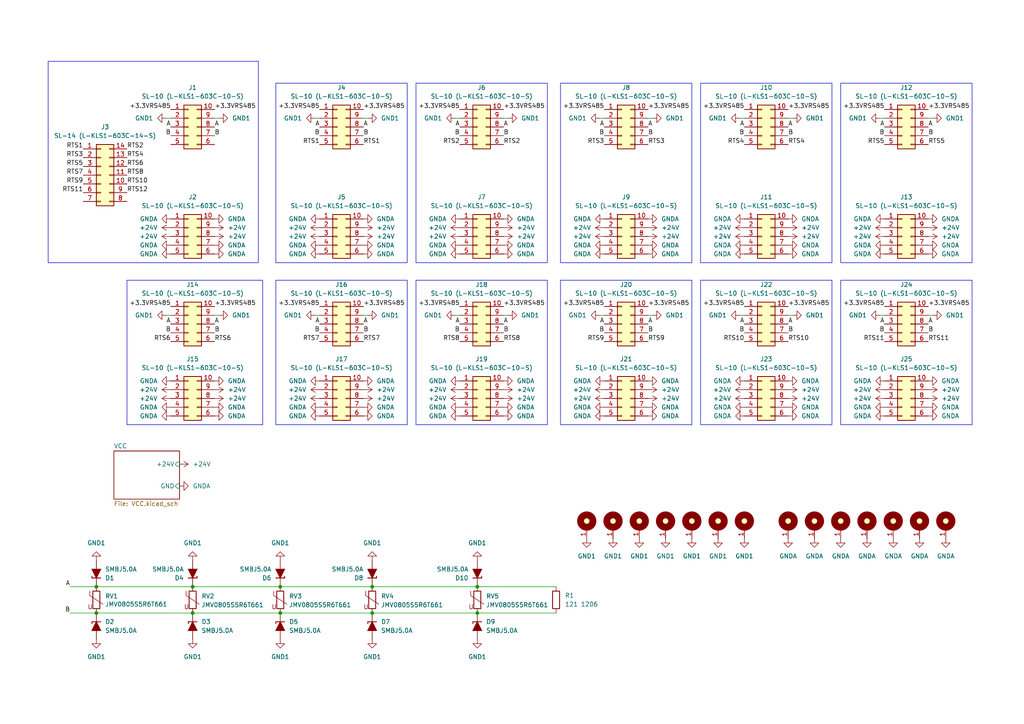
<source format=kicad_sch>
(kicad_sch (version 20230121) (generator eeschema)
  (paper "A4")
  (junction (at 107.95 177.8))
  (junction (at 81.28 177.8))
  (junction (at 55.88 177.8))
  (junction (at 138.43 170.18))
  (junction (at 27.94 170.18))
  (junction (at 138.43 177.8))
  (junction (at 55.88 170.18))
  (junction (at 81.28 170.18))
  (junction (at 27.94 177.8))
  (junction (at 107.95 170.18))
  (wire (pts (xy 91.44 34.29) (xy 92.71 34.29)))
  (wire (pts (xy 147.32 34.29) (xy 146.05 34.29)))
  (wire (pts (xy 229.87 91.44) (xy 228.6 91.44)))
  (wire (pts (xy 138.43 177.8) (xy 161.29 177.8)))
  (wire (pts (xy 147.32 91.44) (xy 146.05 91.44)))
  (wire (pts (xy 229.87 34.29) (xy 228.6 34.29)))
  (wire (pts (xy 270.51 91.44) (xy 269.24 91.44)))
  (wire (pts (xy 48.26 34.29) (xy 49.53 34.29)))
  (wire (pts (xy 91.44 91.44) (xy 92.71 91.44)))
  (wire (pts (xy 214.63 34.29) (xy 215.9 34.29)))
  (wire (pts (xy 63.5 34.29) (xy 62.23 34.29)))
  (wire (pts (xy 81.28 177.8) (xy 107.95 177.8)))
  (wire (pts (xy 107.95 177.8) (xy 138.43 177.8)))
  (wire (pts (xy 132.08 91.44) (xy 133.35 91.44)))
  (wire (pts (xy 173.99 34.29) (xy 175.26 34.29)))
  (wire (pts (xy 214.63 91.44) (xy 215.9 91.44)))
  (wire (pts (xy 106.68 34.29) (xy 105.41 34.29)))
  (wire (pts (xy 132.08 34.29) (xy 133.35 34.29)))
  (wire (pts (xy 255.27 91.44) (xy 256.54 91.44)))
  (wire (pts (xy 189.23 34.29) (xy 187.96 34.29)))
  (wire (pts (xy 48.26 91.44) (xy 49.53 91.44)))
  (wire (pts (xy 27.94 177.8) (xy 55.88 177.8)))
  (wire (pts (xy 20.32 170.18) (xy 27.94 170.18)))
  (wire (pts (xy 255.27 34.29) (xy 256.54 34.29)))
  (wire (pts (xy 173.99 91.44) (xy 175.26 91.44)))
  (wire (pts (xy 270.51 34.29) (xy 269.24 34.29)))
  (wire (pts (xy 55.88 170.18) (xy 81.28 170.18)))
  (wire (pts (xy 27.94 170.18) (xy 55.88 170.18)))
  (wire (pts (xy 55.88 177.8) (xy 81.28 177.8)))
  (wire (pts (xy 107.95 170.18) (xy 138.43 170.18)))
  (wire (pts (xy 106.68 91.44) (xy 105.41 91.44)))
  (wire (pts (xy 20.32 177.8) (xy 27.94 177.8)))
  (wire (pts (xy 189.23 91.44) (xy 187.96 91.44)))
  (wire (pts (xy 81.28 170.18) (xy 107.95 170.18)))
  (wire (pts (xy 63.5 91.44) (xy 62.23 91.44)))
  (wire (pts (xy 138.43 170.18) (xy 161.29 170.18)))
  (rectangle (start 162.56 24.13) (end 200.66 76.2))
  (rectangle (start 243.84 24.13) (end 281.94 76.2))
  (rectangle (start 203.2 81.28) (end 241.3 123.19))
  (rectangle (start 13.97 17.78) (end 74.93 76.2))
  (rectangle (start 80.01 81.28) (end 118.11 123.19))
  (rectangle (start 80.01 24.13) (end 118.11 76.2))
  (rectangle (start 36.83 81.28) (end 76.2 123.19))
  (rectangle (start 162.56 81.28) (end 200.66 123.19))
  (rectangle (start 120.65 81.28) (end 158.75 123.19))
  (rectangle (start 203.2 24.13) (end 241.3 76.2))
  (rectangle (start 243.84 81.28) (end 281.94 123.19))
  (rectangle (start 120.65 24.13) (end 158.75 76.2))
  (label "+3.3VRS485" (at 269.24 88.9 0))
  (label "B" (at 187.96 96.52 0))
  (label "RTS7" (at 92.71 99.06 180))
  (label "A" (at 105.41 93.98 0))
  (label "RTS4" (at 215.9 41.91 180))
  (label "RTS1" (at 24.13 43.18 180))
  (label "+3.3VRS485" (at 175.26 31.75 180))
  (label "A" (at 146.05 36.83 0))
  (label "A" (at 215.9 93.98 180))
  (label "B" (at 215.9 39.37 180))
  (label "+3.3VRS485" (at 133.35 88.9 180))
  (label "RTS4" (at 228.6 41.91 0))
  (label "B" (at 92.71 39.37 180))
  (label "RTS3" (at 175.26 41.91 180))
  (label "B" (at 105.41 39.37 0))
  (label "RTS5" (at 269.24 41.91 0))
  (label "+3.3VRS485" (at 228.6 88.9 0))
  (label "RTS6" (at 62.23 99.06 0))
  (label "+3.3VRS485" (at 269.24 31.75 0))
  (label "A" (at 269.24 36.83 0))
  (label "B" (at 269.24 96.52 0))
  (label "RTS10" (at 215.9 99.06 180))
  (label "B" (at 92.71 96.52 180))
  (label "A" (at 105.41 36.83 0))
  (label "+3.3VRS485" (at 62.23 88.9 0))
  (label "RTS12" (at 36.83 55.88 0))
  (label "+3.3VRS485" (at 105.41 31.75 0))
  (label "RTS4" (at 36.83 45.72 0))
  (label "A" (at 269.24 93.98 0))
  (label "+3.3VRS485" (at 187.96 88.9 0))
  (label "RTS7" (at 105.41 99.06 0))
  (label "RTS7" (at 24.13 50.8 180))
  (label "B" (at 256.54 96.52 180))
  (label "RTS1" (at 105.41 41.91 0))
  (label "B" (at 146.05 96.52 0))
  (label "A" (at 20.32 170.18 180))
  (label "A" (at 175.26 93.98 180))
  (label "+3.3VRS485" (at 105.41 88.9 0))
  (label "B" (at 175.26 39.37 180))
  (label "RTS8" (at 146.05 99.06 0))
  (label "RTS10" (at 228.6 99.06 0))
  (label "B" (at 62.23 96.52 0))
  (label "RTS8" (at 133.35 99.06 180))
  (label "+3.3VRS485" (at 92.71 31.75 180))
  (label "B" (at 20.32 177.8 180))
  (label "RTS8" (at 36.83 50.8 0))
  (label "A" (at 187.96 36.83 0))
  (label "RTS5" (at 256.54 41.91 180))
  (label "RTS2" (at 133.35 41.91 180))
  (label "RTS6" (at 49.53 99.06 180))
  (label "A" (at 228.6 93.98 0))
  (label "A" (at 62.23 36.83 0))
  (label "B" (at 228.6 39.37 0))
  (label "RTS10" (at 36.83 53.34 0))
  (label "RTS2" (at 146.05 41.91 0))
  (label "B" (at 187.96 39.37 0))
  (label "RTS11" (at 269.24 99.06 0))
  (label "RTS9" (at 24.13 53.34 180))
  (label "RTS2" (at 36.83 43.18 0))
  (label "A" (at 215.9 36.83 180))
  (label "A" (at 92.71 36.83 180))
  (label "RTS6" (at 36.83 48.26 0))
  (label "+3.3VRS485" (at 187.96 31.75 0))
  (label "RTS1" (at 92.71 41.91 180))
  (label "+3.3VRS485" (at 228.6 31.75 0))
  (label "RTS9" (at 187.96 99.06 0))
  (label "A" (at 228.6 36.83 0))
  (label "B" (at 62.23 39.37 0))
  (label "RTS9" (at 175.26 99.06 180))
  (label "A" (at 146.05 93.98 0))
  (label "B" (at 133.35 96.52 180))
  (label "A" (at 62.23 93.98 0))
  (label "A" (at 187.96 93.98 0))
  (label "+3.3VRS485" (at 215.9 88.9 180))
  (label "B" (at 256.54 39.37 180))
  (label "B" (at 133.35 39.37 180))
  (label "RTS3" (at 187.96 41.91 0))
  (label "+3.3VRS485" (at 215.9 31.75 180))
  (label "+3.3VRS485" (at 62.23 31.75 0))
  (label "B" (at 269.24 39.37 0))
  (label "B" (at 146.05 39.37 0))
  (label "A" (at 92.71 93.98 180))
  (label "+3.3VRS485" (at 256.54 88.9 180))
  (label "B" (at 228.6 96.52 0))
  (label "A" (at 256.54 36.83 180))
  (label "A" (at 175.26 36.83 180))
  (label "+3.3VRS485" (at 92.71 88.9 180))
  (label "+3.3VRS485" (at 146.05 31.75 0))
  (label "RTS11" (at 24.13 55.88 180))
  (label "B" (at 49.53 39.37 180))
  (label "A" (at 49.53 93.98 180))
  (label "B" (at 175.26 96.52 180))
  (label "RTS3" (at 24.13 45.72 180))
  (label "+3.3VRS485" (at 133.35 31.75 180))
  (label "+3.3VRS485" (at 49.53 88.9 180))
  (label "B" (at 49.53 96.52 180))
  (label "+3.3VRS485" (at 146.05 88.9 0))
  (label "RTS11" (at 256.54 99.06 180))
  (label "+3.3VRS485" (at 175.26 88.9 180))
  (label "A" (at 133.35 93.98 180))
  (label "+3.3VRS485" (at 49.53 31.75 180))
  (label "B" (at 215.9 96.52 180))
  (label "+3.3VRS485" (at 256.54 31.75 180))
  (label "B" (at 105.41 96.52 0))
  (label "RTS5" (at 24.13 48.26 180))
  (label "A" (at 256.54 93.98 180))
  (label "A" (at 133.35 36.83 180))
  (label "A" (at 49.53 36.83 180))
  (symbol (lib_id "Connector_Generic:Conn_02x05_Counter_Clockwise") (at 97.79 68.58 0) (unit 1)
    (property "Reference" "J5" (at 99.06 57.15 0))
    (property "Value" "SL-10 (L-KLS1-603C-10-S)" (at 99.06 59.69 0))
    (property "Footprint" "Connector:SL-10 (L-KLS1-603C-10-S)" (effects hide))
  )
  (symbol (lib_id "power:GND1") (at 107.95 162.56 180) (unit 1)
    (property "Reference" "#PWR032" (effects hide))
    (property "Value" "GND1" (at 107.95 157.48 0))
  )
  (symbol (lib_name "MountingHole_M3_3.2mm_Pad_1") (lib_id "PCM_SL_Mechanical:MountingHole_M3_3.2mm_Pad") (at 251.46 151.13 0) (unit 1)
    (property "Reference" "H9" (effects hide))
    (property "Value" "MountingHole_M3_3.2mm_Pad" (effects hide))
    (property "Footprint" "PCM_SL_Mechanical:MountingHole_3.2mm_Pad" (effects hide))
  )
  (symbol (lib_id "power:GND1") (at 215.9 156.21 0) (unit 1)
    (property "Reference" "#PWR0169" (effects hide))
    (property "Value" "GND1" (at 215.9 161.29 0))
  )
  (symbol (lib_id "Connector_Generic:Conn_02x05_Counter_Clockwise") (at 54.61 68.58 0) (unit 1)
    (property "Reference" "J2" (at 55.88 57.15 0))
    (property "Value" "SL-10 (L-KLS1-603C-10-S)" (at 55.88 59.69 0))
    (property "Footprint" "Connector:SL-10 (L-KLS1-603C-10-S)" (effects hide))
  )
  (symbol (lib_id "PCM_4ms_Power-symbol:GNDA") (at 187.96 73.66 90) (mirror x) (unit 1)
    (property "Reference" "#PWR074" (effects hide))
    (property "Value" "GNDA" (at 191.77 73.66 90) (effects (justify right)))
  )
  (symbol (lib_id "PCM_4ms_Power-symbol:GNDA") (at 52.07 140.97 90) (mirror x) (unit 1)
    (property "Reference" "#PWR0156" (effects hide))
    (property "Value" "GNDA" (at 55.88 140.97 90) (effects (justify right)))
  )
  (symbol (lib_id "Connector_Generic:Conn_02x05_Counter_Clockwise") (at 138.43 115.57 0) (unit 1)
    (property "Reference" "J19" (at 139.7 104.14 0))
    (property "Value" "SL-10 (L-KLS1-603C-10-S)" (at 139.7 106.68 0))
    (property "Footprint" "Connector:SL-10 (L-KLS1-603C-10-S)" (effects hide))
  )
  (symbol (lib_id "Connector_Generic:Conn_02x05_Counter_Clockwise") (at 54.61 36.83 0) (unit 1)
    (property "Reference" "J1" (at 55.88 25.4 0))
    (property "Value" "SL-10 (L-KLS1-603C-10-S)" (at 55.88 27.94 0))
    (property "Footprint" "Connector:SL-10 (L-KLS1-603C-10-S)" (effects hide))
  )
  (symbol (lib_id "PCM_4ms_Power-symbol:GNDA") (at 146.05 63.5 90) (mirror x) (unit 1)
    (property "Reference" "#PWR056" (effects hide))
    (property "Value" "GNDA" (at 149.86 63.5 90) (effects (justify right)))
  )
  (symbol (lib_id "PCM_4ms_Power-symbol:GNDA") (at 146.05 73.66 90) (mirror x) (unit 1)
    (property "Reference" "#PWR064" (effects hide))
    (property "Value" "GNDA" (at 149.86 73.66 90) (effects (justify right)))
  )
  (symbol (lib_name "MountingHole_M3_3.2mm_Pad_1") (lib_id "PCM_SL_Mechanical:MountingHole_M3_3.2mm_Pad") (at 215.9 151.13 0) (unit 1)
    (property "Reference" "H13" (effects hide))
    (property "Value" "MountingHole_M3_3.2mm_Pad" (effects hide))
    (property "Footprint" "PCM_SL_Mechanical:MountingHole_3.2mm_Pad" (effects hide))
  )
  (symbol (lib_id "PCM_4ms_Power-symbol:GNDA") (at 228.6 118.11 90) (mirror x) (unit 1)
    (property "Reference" "#PWR0142" (effects hide))
    (property "Value" "GNDA" (at 232.41 118.11 90) (effects (justify right)))
  )
  (symbol (lib_id "power:GND1") (at 91.44 34.29 270) (unit 1)
    (property "Reference" "#PWR05" (effects hide))
    (property "Value" "GND1" (at 87.63 34.29 90) (effects (justify right)))
  )
  (symbol (lib_id "PCM_Diode_TVS_AKL:SMBJ5.0A") (at 107.95 181.61 90) (unit 1)
    (property "Reference" "D7" (at 110.49 180.34 90) (effects (justify right)))
    (property "Value" "SMBJ5.0A" (at 110.49 182.88 90) (effects (justify right)))
    (property "Footprint" "PCM_Diode_SMD_AKL:D_SMB" (effects hide))
    (property "Datasheet" "https://www.tme.eu/Document/0b6222bec7e12d83185b51d73cb6a54d/SMBJ_ser.pdf" (effects hide))
  )
  (symbol (lib_id "power:GND1") (at 200.66 156.21 0) (unit 1)
    (property "Reference" "#PWR0161" (effects hide))
    (property "Value" "GND1" (at 200.66 161.29 0))
  )
  (symbol (lib_id "power:+24V") (at 269.24 115.57 270) (unit 1)
    (property "Reference" "#PWR0150" (effects hide))
    (property "Value" "+24V" (at 273.05 115.57 90) (effects (justify left)))
  )
  (symbol (lib_name "MountingHole_M3_3.2mm_Pad_1") (lib_id "PCM_SL_Mechanical:MountingHole_M3_3.2mm_Pad") (at 236.22 151.13 0) (unit 1)
    (property "Reference" "H7" (effects hide))
    (property "Value" "MountingHole_M3_3.2mm_Pad" (effects hide))
    (property "Footprint" "PCM_SL_Mechanical:MountingHole_3.2mm_Pad" (effects hide))
  )
  (symbol (lib_id "power:+24V") (at 133.35 66.04 90) (unit 1)
    (property "Reference" "#PWR057" (effects hide))
    (property "Value" "+24V" (at 129.54 66.04 90) (effects (justify left)))
  )
  (symbol (lib_id "Connector_Generic:Conn_02x05_Counter_Clockwise") (at 138.43 68.58 0) (unit 1)
    (property "Reference" "J7" (at 139.7 57.15 0))
    (property "Value" "SL-10 (L-KLS1-603C-10-S)" (at 139.7 59.69 0))
    (property "Footprint" "Connector:SL-10 (L-KLS1-603C-10-S)" (effects hide))
  )
  (symbol (lib_id "Connector_Generic:Conn_02x05_Counter_Clockwise") (at 220.98 115.57 0) (unit 1)
    (property "Reference" "J23" (at 222.25 104.14 0))
    (property "Value" "SL-10 (L-KLS1-603C-10-S)" (at 222.25 106.68 0))
    (property "Footprint" "Connector:SL-10 (L-KLS1-603C-10-S)" (effects hide))
  )
  (symbol (lib_id "power:GND1") (at 185.42 156.21 0) (unit 1)
    (property "Reference" "#PWR0159" (effects hide))
    (property "Value" "GND1" (at 185.42 161.29 0))
  )
  (symbol (lib_name "MountingHole_M3_3.2mm_Pad_1") (lib_id "PCM_SL_Mechanical:MountingHole_M3_3.2mm_Pad") (at 243.84 151.13 0) (unit 1)
    (property "Reference" "H8" (effects hide))
    (property "Value" "MountingHole_M3_3.2mm_Pad" (effects hide))
    (property "Footprint" "PCM_SL_Mechanical:MountingHole_3.2mm_Pad" (effects hide))
  )
  (symbol (lib_id "PCM_4ms_Power-symbol:GNDA") (at 175.26 63.5 270) (unit 1)
    (property "Reference" "#PWR065" (effects hide))
    (property "Value" "GNDA" (at 171.45 63.5 90) (effects (justify right)))
  )
  (symbol (lib_id "PCM_4ms_Power-symbol:GNDA") (at 49.53 71.12 270) (unit 1)
    (property "Reference" "#PWR036" (effects hide))
    (property "Value" "GNDA" (at 45.72 71.12 90) (effects (justify right)))
  )
  (symbol (lib_name "MountingHole_M3_3.2mm_Pad_1") (lib_id "PCM_SL_Mechanical:MountingHole_M3_3.2mm_Pad") (at 259.08 151.13 0) (unit 1)
    (property "Reference" "H10" (effects hide))
    (property "Value" "MountingHole_M3_3.2mm_Pad" (effects hide))
    (property "Footprint" "PCM_SL_Mechanical:MountingHole_3.2mm_Pad" (effects hide))
  )
  (symbol (lib_id "power:+24V") (at 49.53 66.04 90) (unit 1)
    (property "Reference" "#PWR038" (effects hide))
    (property "Value" "+24V" (at 45.72 66.04 90) (effects (justify left)))
  )
  (symbol (lib_id "PCM_4ms_Power-symbol:GNDA") (at 49.53 63.5 270) (unit 1)
    (property "Reference" "#PWR040" (effects hide))
    (property "Value" "GNDA" (at 45.72 63.5 90) (effects (justify right)))
  )
  (symbol (lib_id "Connector_Generic:Conn_02x05_Counter_Clockwise") (at 261.62 93.98 0) (unit 1)
    (property "Reference" "J24" (at 262.89 82.55 0))
    (property "Value" "SL-10 (L-KLS1-603C-10-S)" (at 262.89 85.09 0))
    (property "Footprint" "Connector:SL-10 (L-KLS1-603C-10-S)" (effects hide))
  )
  (symbol (lib_id "PCM_4ms_Power-symbol:GNDA") (at 92.71 71.12 270) (unit 1)
    (property "Reference" "#PWR051" (effects hide))
    (property "Value" "GNDA" (at 88.9 71.12 90) (effects (justify right)))
  )
  (symbol (lib_id "PCM_4ms_Power-symbol:GNDA") (at 92.71 110.49 270) (unit 1)
    (property "Reference" "#PWR0105" (effects hide))
    (property "Value" "GNDA" (at 88.9 110.49 90) (effects (justify right)))
  )
  (symbol (lib_id "power:GND1") (at 229.87 34.29 90) (unit 1)
    (property "Reference" "#PWR012" (effects hide))
    (property "Value" "GND1" (at 233.68 34.29 90) (effects (justify right)))
  )
  (symbol (lib_id "Device:Varistor") (at 55.88 173.99 0) (unit 1)
    (property "Reference" "RV2" (at 58.42 172.9133 0) (effects (justify left)))
    (property "Value" "JMV0805S5R6T661" (at 58.42 175.4533 0) (effects (justify left)))
    (property "Footprint" "PCM_4ms_Resistor:R_0805_2012Metric" (effects hide))
    (property "Sim.Name" "kicad_builtin_varistor" (effects hide))
    (property "Sim.Device" "SUBCKT" (effects hide))
    (property "Sim.Pins" "1=A 2=B" (effects hide))
    (property "Sim.Params" "threshold=1k" (effects hide))
    (property "Sim.Library" "${KICAD7_SYMBOL_DIR}/Simulation_SPICE.sp" (effects hide))
  )
  (symbol (lib_id "PCM_Diode_TVS_AKL:SMBJ5.0A") (at 107.95 166.37 270) (unit 1)
    (property "Reference" "D8" (at 105.41 167.64 90) (effects (justify right)))
    (property "Value" "SMBJ5.0A" (at 105.41 165.1 90) (effects (justify right)))
    (property "Footprint" "PCM_Diode_SMD_AKL:D_SMB" (effects hide))
    (property "Datasheet" "https://www.tme.eu/Document/0b6222bec7e12d83185b51d73cb6a54d/SMBJ_ser.pdf" (effects hide))
  )
  (symbol (lib_id "PCM_4ms_Power-symbol:GNDA") (at 215.9 120.65 270) (unit 1)
    (property "Reference" "#PWR0143" (effects hide))
    (property "Value" "GNDA" (at 212.09 120.65 90) (effects (justify right)))
  )
  (symbol (lib_id "PCM_4ms_Power-symbol:GNDA") (at 49.53 73.66 270) (unit 1)
    (property "Reference" "#PWR041" (effects hide))
    (property "Value" "GNDA" (at 45.72 73.66 90) (effects (justify right)))
  )
  (symbol (lib_id "power:+24V") (at 269.24 113.03 270) (unit 1)
    (property "Reference" "#PWR0148" (effects hide))
    (property "Value" "+24V" (at 273.05 113.03 90) (effects (justify left)))
  )
  (symbol (lib_id "power:+24V") (at 52.07 134.62 270) (unit 1)
    (property "Reference" "#PWR0155" (effects hide))
    (property "Value" "+24V" (at 55.88 134.62 90) (effects (justify left)))
  )
  (symbol (lib_id "PCM_4ms_Power-symbol:GNDA") (at 228.6 73.66 90) (mirror x) (unit 1)
    (property "Reference" "#PWR084" (effects hide))
    (property "Value" "GNDA" (at 232.41 73.66 90) (effects (justify right)))
  )
  (symbol (lib_id "power:GND1") (at 91.44 91.44 270) (unit 1)
    (property "Reference" "#PWR017" (effects hide))
    (property "Value" "GND1" (at 87.63 91.44 90) (effects (justify right)))
  )
  (symbol (lib_id "PCM_4ms_Power-symbol:GNDA") (at 105.41 73.66 90) (mirror x) (unit 1)
    (property "Reference" "#PWR054" (effects hide))
    (property "Value" "GNDA" (at 109.22 73.66 90) (effects (justify right)))
  )
  (symbol (lib_id "PCM_4ms_Power-symbol:GNDA") (at 62.23 73.66 90) (mirror x) (unit 1)
    (property "Reference" "#PWR044" (effects hide))
    (property "Value" "GNDA" (at 66.04 73.66 90) (effects (justify right)))
  )
  (symbol (lib_id "PCM_4ms_Power-symbol:GNDA") (at 49.53 110.49 270) (unit 1)
    (property "Reference" "#PWR095" (effects hide))
    (property "Value" "GNDA" (at 45.72 110.49 90) (effects (justify right)))
  )
  (symbol (lib_id "power:GND1") (at 48.26 34.29 270) (unit 1)
    (property "Reference" "#PWR03" (effects hide))
    (property "Value" "GND1" (at 44.45 34.29 90) (effects (justify right)))
  )
  (symbol (lib_id "power:+24V") (at 92.71 66.04 90) (unit 1)
    (property "Reference" "#PWR047" (effects hide))
    (property "Value" "+24V" (at 88.9 66.04 90) (effects (justify left)))
  )
  (symbol (lib_id "power:GND1") (at 138.43 185.42 0) (unit 1)
    (property "Reference" "#PWR033" (effects hide))
    (property "Value" "GND1" (at 138.43 190.5 0))
  )
  (symbol (lib_id "power:+24V") (at 175.26 115.57 90) (unit 1)
    (property "Reference" "#PWR0129" (effects hide))
    (property "Value" "+24V" (at 171.45 115.57 90) (effects (justify left)))
  )
  (symbol (lib_id "power:+24V") (at 62.23 115.57 270) (unit 1)
    (property "Reference" "#PWR0100" (effects hide))
    (property "Value" "+24V" (at 66.04 115.57 90) (effects (justify left)))
  )
  (symbol (lib_id "PCM_Diode_TVS_AKL:SMBJ5.0A") (at 27.94 181.61 90) (unit 1)
    (property "Reference" "D2" (at 30.48 180.34 90) (effects (justify right)))
    (property "Value" "SMBJ5.0A" (at 30.48 182.88 90) (effects (justify right)))
    (property "Footprint" "PCM_Diode_SMD_AKL:D_SMB" (effects hide))
    (property "Datasheet" "https://www.tme.eu/Document/0b6222bec7e12d83185b51d73cb6a54d/SMBJ_ser.pdf" (effects hide))
  )
  (symbol (lib_id "Connector_Generic:Conn_02x07_Counter_Clockwise") (at 29.21 50.8 0) (unit 1)
    (property "Reference" "J3" (at 30.48 36.83 0))
    (property "Value" "SL-14 (L-KLS1-603C-14-S)" (at 30.48 39.37 0))
    (property "Footprint" "Connector:SL-14 (L-KLS1-603C-14-S)" (effects hide))
  )
  (symbol (lib_id "PCM_4ms_Power-symbol:GNDA") (at 62.23 120.65 90) (mirror x) (unit 1)
    (property "Reference" "#PWR0104" (effects hide))
    (property "Value" "GNDA" (at 66.04 120.65 90) (effects (justify right)))
  )
  (symbol (lib_id "PCM_4ms_Power-symbol:GNDA") (at 175.26 110.49 270) (unit 1)
    (property "Reference" "#PWR0125" (effects hide))
    (property "Value" "GNDA" (at 171.45 110.49 90) (effects (justify right)))
  )
  (symbol (lib_id "PCM_4ms_Power-symbol:GNDA") (at 105.41 63.5 90) (mirror x) (unit 1)
    (property "Reference" "#PWR046" (effects hide))
    (property "Value" "GNDA" (at 109.22 63.5 90) (effects (justify right)))
  )
  (symbol (lib_id "PCM_Diode_TVS_AKL:SMBJ5.0A") (at 27.94 166.37 90) (mirror x) (unit 1)
    (property "Reference" "D1" (at 30.48 167.64 90) (effects (justify right)))
    (property "Value" "SMBJ5.0A" (at 30.48 165.1 90) (effects (justify right)))
    (property "Footprint" "PCM_Diode_SMD_AKL:D_SMB" (effects hide))
    (property "Datasheet" "https://www.tme.eu/Document/0b6222bec7e12d83185b51d73cb6a54d/SMBJ_ser.pdf" (effects hide))
  )
  (symbol (lib_id "PCM_4ms_Power-symbol:GNDA") (at 146.05 118.11 90) (mirror x) (unit 1)
    (property "Reference" "#PWR0122" (effects hide))
    (property "Value" "GNDA" (at 149.86 118.11 90) (effects (justify right)))
  )
  (symbol (lib_id "power:+24V") (at 228.6 115.57 270) (unit 1)
    (property "Reference" "#PWR0140" (effects hide))
    (property "Value" "+24V" (at 232.41 115.57 90) (effects (justify left)))
  )
  (symbol (lib_id "power:+24V") (at 62.23 66.04 270) (unit 1)
    (property "Reference" "#PWR037" (effects hide))
    (property "Value" "+24V" (at 66.04 66.04 90) (effects (justify left)))
  )
  (symbol (lib_id "power:GND1") (at 27.94 162.56 0) (mirror x) (unit 1)
    (property "Reference" "#PWR02" (effects hide))
    (property "Value" "GND1" (at 27.94 157.48 0))
  )
  (symbol (lib_id "Device:Varistor") (at 27.94 173.99 0) (unit 1)
    (property "Reference" "RV1" (at 30.48 172.9133 0) (effects (justify left)))
    (property "Value" "JMV0805S5R6T661" (at 30.48 175.26 0) (effects (justify left)))
    (property "Footprint" "PCM_4ms_Resistor:R_0805_2012Metric" (effects hide))
    (property "Sim.Name" "kicad_builtin_varistor" (effects hide))
    (property "Sim.Device" "SUBCKT" (effects hide))
    (property "Sim.Pins" "1=A 2=B" (effects hide))
    (property "Sim.Params" "threshold=1k" (effects hide))
    (property "Sim.Library" "${KICAD7_SYMBOL_DIR}/Simulation_SPICE.sp" (effects hide))
  )
  (symbol (lib_id "power:+24V") (at 92.71 68.58 90) (unit 1)
    (property "Reference" "#PWR049" (effects hide))
    (property "Value" "+24V" (at 88.9 68.58 90) (effects (justify left)))
  )
  (symbol (lib_name "MountingHole_M3_3.2mm_Pad_1") (lib_id "PCM_SL_Mechanical:MountingHole_M3_3.2mm_Pad") (at 208.28 151.13 0) (unit 1)
    (property "Reference" "H6" (effects hide))
    (property "Value" "MountingHole_M3_3.2mm_Pad" (effects hide))
    (property "Footprint" "PCM_SL_Mechanical:MountingHole_3.2mm_Pad" (effects hide))
  )
  (symbol (lib_id "power:+24V") (at 228.6 68.58 270) (unit 1)
    (property "Reference" "#PWR080" (effects hide))
    (property "Value" "+24V" (at 232.41 68.58 90) (effects (justify left)))
  )
  (symbol (lib_id "PCM_4ms_Power-symbol:GNDA") (at 62.23 118.11 90) (mirror x) (unit 1)
    (property "Reference" "#PWR0102" (effects hide))
    (property "Value" "GNDA" (at 66.04 118.11 90) (effects (justify right)))
  )
  (symbol (lib_id "PCM_4ms_Power-symbol:GNDA") (at 105.41 118.11 90) (mirror x) (unit 1)
    (property "Reference" "#PWR0112" (effects hide))
    (property "Value" "GNDA" (at 109.22 118.11 90) (effects (justify right)))
  )
  (symbol (lib_id "power:GND1") (at 27.94 185.42 0) (unit 1)
    (property "Reference" "#PWR01" (effects hide))
    (property "Value" "GND1" (at 27.94 190.5 0))
  )
  (symbol (lib_id "PCM_4ms_Power-symbol:GNDA") (at 215.9 118.11 270) (unit 1)
    (property "Reference" "#PWR0141" (effects hide))
    (property "Value" "GNDA" (at 212.09 118.11 90) (effects (justify right)))
  )
  (symbol (lib_id "PCM_4ms_Power-symbol:GNDA") (at 266.7 156.21 0) (mirror y) (unit 1)
    (property "Reference" "#PWR0167" (effects hide))
    (property "Value" "GNDA" (at 266.7 161.29 0))
  )
  (symbol (lib_id "Connector_Generic:Conn_02x05_Counter_Clockwise") (at 138.43 93.98 0) (unit 1)
    (property "Reference" "J18" (at 139.7 82.55 0))
    (property "Value" "SL-10 (L-KLS1-603C-10-S)" (at 139.7 85.09 0))
    (property "Footprint" "Connector:SL-10 (L-KLS1-603C-10-S)" (effects hide))
  )
  (symbol (lib_id "power:GND1") (at 55.88 162.56 180) (unit 1)
    (property "Reference" "#PWR028" (effects hide))
    (property "Value" "GND1" (at 55.88 157.48 0))
  )
  (symbol (lib_id "power:GND1") (at 132.08 91.44 270) (unit 1)
    (property "Reference" "#PWR019" (effects hide))
    (property "Value" "GND1" (at 128.27 91.44 90) (effects (justify right)))
  )
  (symbol (lib_id "power:GND1") (at 81.28 162.56 180) (unit 1)
    (property "Reference" "#PWR030" (effects hide))
    (property "Value" "GND1" (at 81.28 157.48 0))
  )
  (symbol (lib_name "MountingHole_M3_3.2mm_Pad_1") (lib_id "PCM_SL_Mechanical:MountingHole_M3_3.2mm_Pad") (at 266.7 151.13 0) (unit 1)
    (property "Reference" "H11" (effects hide))
    (property "Value" "MountingHole_M3_3.2mm_Pad" (effects hide))
    (property "Footprint" "PCM_SL_Mechanical:MountingHole_3.2mm_Pad" (effects hide))
  )
  (symbol (lib_id "Connector_Generic:Conn_02x05_Counter_Clockwise") (at 97.79 36.83 0) (unit 1)
    (property "Reference" "J4" (at 99.06 25.4 0))
    (property "Value" "SL-10 (L-KLS1-603C-10-S)" (at 99.06 27.94 0))
    (property "Footprint" "Connector:SL-10 (L-KLS1-603C-10-S)" (effects hide))
  )
  (symbol (lib_id "PCM_4ms_Power-symbol:GNDA") (at 146.05 71.12 90) (mirror x) (unit 1)
    (property "Reference" "#PWR062" (effects hide))
    (property "Value" "GNDA" (at 149.86 71.12 90) (effects (justify right)))
  )
  (symbol (lib_id "power:+24V") (at 175.26 68.58 90) (unit 1)
    (property "Reference" "#PWR069" (effects hide))
    (property "Value" "+24V" (at 171.45 68.58 90) (effects (justify left)))
  )
  (symbol (lib_id "PCM_4ms_Power-symbol:GNDA") (at 215.9 110.49 270) (unit 1)
    (property "Reference" "#PWR0135" (effects hide))
    (property "Value" "GNDA" (at 212.09 110.49 90) (effects (justify right)))
  )
  (symbol (lib_id "power:+24V") (at 187.96 66.04 270) (unit 1)
    (property "Reference" "#PWR068" (effects hide))
    (property "Value" "+24V" (at 191.77 66.04 90) (effects (justify left)))
  )
  (symbol (lib_id "Connector_Generic:Conn_02x05_Counter_Clockwise") (at 97.79 115.57 0) (unit 1)
    (property "Reference" "J17" (at 99.06 104.14 0))
    (property "Value" "SL-10 (L-KLS1-603C-10-S)" (at 99.06 106.68 0))
    (property "Footprint" "Connector:SL-10 (L-KLS1-603C-10-S)" (effects hide))
  )
  (symbol (lib_id "power:GND1") (at 270.51 34.29 90) (unit 1)
    (property "Reference" "#PWR014" (effects hide))
    (property "Value" "GND1" (at 274.32 34.29 90) (effects (justify right)))
  )
  (symbol (lib_id "PCM_Diode_TVS_AKL:SMBJ5.0A") (at 138.43 166.37 270) (unit 1)
    (property "Reference" "D10" (at 135.89 167.64 90) (effects (justify right)))
    (property "Value" "SMBJ5.0A" (at 135.89 165.1 90) (effects (justify right)))
    (property "Footprint" "PCM_Diode_SMD_AKL:D_SMB" (effects hide))
    (property "Datasheet" "https://www.tme.eu/Document/0b6222bec7e12d83185b51d73cb6a54d/SMBJ_ser.pdf" (effects hide))
  )
  (symbol (lib_id "PCM_Diode_TVS_AKL:SMBJ5.0A") (at 81.28 181.61 90) (unit 1)
    (property "Reference" "D5" (at 83.82 180.34 90) (effects (justify right)))
    (property "Value" "SMBJ5.0A" (at 83.82 182.88 90) (effects (justify right)))
    (property "Footprint" "PCM_Diode_SMD_AKL:D_SMB" (effects hide))
    (property "Datasheet" "https://www.tme.eu/Document/0b6222bec7e12d83185b51d73cb6a54d/SMBJ_ser.pdf" (effects hide))
  )
  (symbol (lib_id "power:+24V") (at 92.71 115.57 90) (unit 1)
    (property "Reference" "#PWR0109" (effects hide))
    (property "Value" "+24V" (at 88.9 115.57 90) (effects (justify left)))
  )
  (symbol (lib_id "Connector_Generic:Conn_02x05_Counter_Clockwise") (at 138.43 36.83 0) (unit 1)
    (property "Reference" "J6" (at 139.7 25.4 0))
    (property "Value" "SL-10 (L-KLS1-603C-10-S)" (at 139.7 27.94 0))
    (property "Footprint" "Connector:SL-10 (L-KLS1-603C-10-S)" (effects hide))
  )
  (symbol (lib_id "power:+24V") (at 146.05 68.58 270) (unit 1)
    (property "Reference" "#PWR060" (effects hide))
    (property "Value" "+24V" (at 149.86 68.58 90) (effects (justify left)))
  )
  (symbol (lib_name "MountingHole_M3_3.2mm_Pad_1") (lib_id "PCM_SL_Mechanical:MountingHole_M3_3.2mm_Pad") (at 200.66 151.13 0) (unit 1)
    (property "Reference" "H5" (effects hide))
    (property "Value" "MountingHole_M3_3.2mm_Pad" (effects hide))
    (property "Footprint" "PCM_SL_Mechanical:MountingHole_3.2mm_Pad" (effects hide))
  )
  (symbol (lib_id "power:GND1") (at 214.63 91.44 270) (unit 1)
    (property "Reference" "#PWR023" (effects hide))
    (property "Value" "GND1" (at 210.82 91.44 90) (effects (justify right)))
  )
  (symbol (lib_id "PCM_4ms_Power-symbol:GNDA") (at 49.53 118.11 270) (unit 1)
    (property "Reference" "#PWR0101" (effects hide))
    (property "Value" "GNDA" (at 45.72 118.11 90) (effects (justify right)))
  )
  (symbol (lib_id "power:+24V") (at 215.9 68.58 90) (unit 1)
    (property "Reference" "#PWR079" (effects hide))
    (property "Value" "+24V" (at 212.09 68.58 90) (effects (justify left)))
  )
  (symbol (lib_id "Connector_Generic:Conn_02x05_Counter_Clockwise") (at 220.98 36.83 0) (unit 1)
    (property "Reference" "J10" (at 222.25 25.4 0))
    (property "Value" "SL-10 (L-KLS1-603C-10-S)" (at 222.25 27.94 0))
    (property "Footprint" "Connector:SL-10 (L-KLS1-603C-10-S)" (effects hide))
  )
  (symbol (lib_id "PCM_4ms_Power-symbol:GNDA") (at 187.96 120.65 90) (mirror x) (unit 1)
    (property "Reference" "#PWR0134" (effects hide))
    (property "Value" "GNDA" (at 191.77 120.65 90) (effects (justify right)))
  )
  (symbol (lib_id "Connector_Generic:Conn_02x05_Counter_Clockwise") (at 180.34 36.83 0) (unit 1)
    (property "Reference" "J8" (at 181.61 25.4 0))
    (property "Value" "SL-10 (L-KLS1-603C-10-S)" (at 181.61 27.94 0))
    (property "Footprint" "Connector:SL-10 (L-KLS1-603C-10-S)" (effects hide))
  )
  (symbol (lib_id "PCM_4ms_Power-symbol:GNDA") (at 133.35 120.65 270) (unit 1)
    (property "Reference" "#PWR0123" (effects hide))
    (property "Value" "GNDA" (at 129.54 120.65 90) (effects (justify right)))
  )
  (symbol (lib_id "power:+24V") (at 256.54 115.57 90) (unit 1)
    (property "Reference" "#PWR0149" (effects hide))
    (property "Value" "+24V" (at 252.73 115.57 90) (effects (justify left)))
  )
  (symbol (lib_id "PCM_4ms_Power-symbol:GNDA") (at 256.54 118.11 270) (unit 1)
    (property "Reference" "#PWR0151" (effects hide))
    (property "Value" "GNDA" (at 252.73 118.11 90) (effects (justify right)))
  )
  (symbol (lib_id "power:GND1") (at 255.27 34.29 270) (unit 1)
    (property "Reference" "#PWR013" (effects hide))
    (property "Value" "GND1" (at 251.46 34.29 90) (effects (justify right)))
  )
  (symbol (lib_id "PCM_4ms_Power-symbol:GNDA") (at 259.08 156.21 0) (mirror y) (unit 1)
    (property "Reference" "#PWR0166" (effects hide))
    (property "Value" "GNDA" (at 259.08 161.29 0))
  )
  (symbol (lib_id "power:GND1") (at 138.43 162.56 180) (unit 1)
    (property "Reference" "#PWR034" (effects hide))
    (property "Value" "GND1" (at 138.43 157.48 0))
  )
  (symbol (lib_id "power:GND1") (at 173.99 91.44 270) (unit 1)
    (property "Reference" "#PWR021" (effects hide))
    (property "Value" "GND1" (at 170.18 91.44 90) (effects (justify right)))
  )
  (symbol (lib_id "PCM_4ms_Power-symbol:GNDA") (at 256.54 73.66 270) (unit 1)
    (property "Reference" "#PWR093" (effects hide))
    (property "Value" "GNDA" (at 252.73 73.66 90) (effects (justify right)))
  )
  (symbol (lib_id "Device:R") (at 161.29 173.99 0) (unit 1)
    (property "Reference" "R1" (at 163.83 172.72 0) (effects (justify left)))
    (property "Value" "121 1206" (at 163.83 175.26 0) (effects (justify left)))
    (property "Footprint" "PCM_Resistor_SMD_AKL:R_1206_3216Metric" (effects hide))
  )
  (symbol (lib_id "power:+24V") (at 187.96 115.57 270) (unit 1)
    (property "Reference" "#PWR0130" (effects hide))
    (property "Value" "+24V" (at 191.77 115.57 90) (effects (justify left)))
  )
  (symbol (lib_id "power:+24V") (at 215.9 66.04 90) (unit 1)
    (property "Reference" "#PWR077" (effects hide))
    (property "Value" "+24V" (at 212.09 66.04 90) (effects (justify left)))
  )
  (symbol (lib_id "PCM_4ms_Power-symbol:GNDA") (at 228.6 63.5 90) (mirror x) (unit 1)
    (property "Reference" "#PWR076" (effects hide))
    (property "Value" "GNDA" (at 232.41 63.5 90) (effects (justify right)))
  )
  (symbol (lib_id "PCM_4ms_Power-symbol:GNDA") (at 251.46 156.21 0) (mirror y) (unit 1)
    (property "Reference" "#PWR0165" (effects hide))
    (property "Value" "GNDA" (at 251.46 161.29 0))
  )
  (symbol (lib_id "PCM_4ms_Power-symbol:GNDA") (at 49.53 120.65 270) (unit 1)
    (property "Reference" "#PWR0103" (effects hide))
    (property "Value" "GNDA" (at 45.72 120.65 90) (effects (justify right)))
  )
  (symbol (lib_id "Device:Varistor") (at 138.43 173.99 0) (unit 1)
    (property "Reference" "RV5" (at 140.97 172.9133 0) (effects (justify left)))
    (property "Value" "JMV0805S5R6T661" (at 140.97 175.4533 0) (effects (justify left)))
    (property "Footprint" "PCM_4ms_Resistor:R_0805_2012Metric" (effects hide))
    (property "Sim.Name" "kicad_builtin_varistor" (effects hide))
    (property "Sim.Device" "SUBCKT" (effects hide))
    (property "Sim.Pins" "1=A 2=B" (effects hide))
    (property "Sim.Params" "threshold=1k" (effects hide))
    (property "Sim.Library" "${KICAD7_SYMBOL_DIR}/Simulation_SPICE.sp" (effects hide))
  )
  (symbol (lib_name "MountingHole_M3_3.2mm_Pad_1") (lib_id "PCM_SL_Mechanical:MountingHole_M3_3.2mm_Pad") (at 228.6 151.13 0) (unit 1)
    (property "Reference" "H14" (effects hide))
    (property "Value" "MountingHole_M3_3.2mm_Pad" (effects hide))
    (property "Footprint" "PCM_SL_Mechanical:MountingHole_3.2mm_Pad" (effects hide))
  )
  (symbol (lib_id "PCM_4ms_Power-symbol:GNDA") (at 146.05 110.49 90) (mirror x) (unit 1)
    (property "Reference" "#PWR0116" (effects hide))
    (property "Value" "GNDA" (at 149.86 110.49 90) (effects (justify right)))
  )
  (symbol (lib_id "power:GND1") (at 81.28 185.42 0) (unit 1)
    (property "Reference" "#PWR029" (effects hide))
    (property "Value" "GND1" (at 81.28 190.5 0))
  )
  (symbol (lib_id "PCM_4ms_Power-symbol:GNDA") (at 228.6 110.49 90) (mirror x) (unit 1)
    (property "Reference" "#PWR0136" (effects hide))
    (property "Value" "GNDA" (at 232.41 110.49 90) (effects (justify right)))
  )
  (symbol (lib_id "PCM_4ms_Power-symbol:GNDA") (at 243.84 156.21 0) (mirror y) (unit 1)
    (property "Reference" "#PWR0164" (effects hide))
    (property "Value" "GNDA" (at 243.84 161.29 0))
  )
  (symbol (lib_id "Connector_Generic:Conn_02x05_Counter_Clockwise") (at 180.34 115.57 0) (unit 1)
    (property "Reference" "J21" (at 181.61 104.14 0))
    (property "Value" "SL-10 (L-KLS1-603C-10-S)" (at 181.61 106.68 0))
    (property "Footprint" "Connector:SL-10 (L-KLS1-603C-10-S)" (effects hide))
  )
  (symbol (lib_id "PCM_4ms_Power-symbol:GNDA") (at 269.24 73.66 90) (mirror x) (unit 1)
    (property "Reference" "#PWR094" (effects hide))
    (property "Value" "GNDA" (at 273.05 73.66 90) (effects (justify right)))
  )
  (symbol (lib_id "PCM_4ms_Power-symbol:GNDA") (at 256.54 110.49 270) (unit 1)
    (property "Reference" "#PWR0145" (effects hide))
    (property "Value" "GNDA" (at 252.73 110.49 90) (effects (justify right)))
  )
  (symbol (lib_id "PCM_Diode_TVS_AKL:SMBJ5.0A") (at 55.88 181.61 90) (unit 1)
    (property "Reference" "D3" (at 58.42 180.34 90) (effects (justify right)))
    (property "Value" "SMBJ5.0A" (at 58.42 182.88 90) (effects (justify right)))
    (property "Footprint" "PCM_Diode_SMD_AKL:D_SMB" (effects hide))
    (property "Datasheet" "https://www.tme.eu/Document/0b6222bec7e12d83185b51d73cb6a54d/SMBJ_ser.pdf" (effects hide))
  )
  (symbol (lib_id "PCM_4ms_Power-symbol:GNDA") (at 187.96 118.11 90) (mirror x) (unit 1)
    (property "Reference" "#PWR0132" (effects hide))
    (property "Value" "GNDA" (at 191.77 118.11 90) (effects (justify right)))
  )
  (symbol (lib_id "PCM_4ms_Power-symbol:GNDA") (at 215.9 71.12 270) (unit 1)
    (property "Reference" "#PWR081" (effects hide))
    (property "Value" "GNDA" (at 212.09 71.12 90) (effects (justify right)))
  )
  (symbol (lib_id "Connector_Generic:Conn_02x05_Counter_Clockwise") (at 220.98 68.58 0) (unit 1)
    (property "Reference" "J11" (at 222.25 57.15 0))
    (property "Value" "SL-10 (L-KLS1-603C-10-S)" (at 222.25 59.69 0))
    (property "Footprint" "Connector:SL-10 (L-KLS1-603C-10-S)" (effects hide))
  )
  (symbol (lib_id "power:+24V") (at 49.53 113.03 90) (unit 1)
    (property "Reference" "#PWR097" (effects hide))
    (property "Value" "+24V" (at 45.72 113.03 90) (effects (justify left)))
  )
  (symbol (lib_id "PCM_4ms_Power-symbol:GNDA") (at 105.41 120.65 90) (mirror x) (unit 1)
    (property "Reference" "#PWR0114" (effects hide))
    (property "Value" "GNDA" (at 109.22 120.65 90) (effects (justify right)))
  )
  (symbol (lib_id "power:GND1") (at 147.32 34.29 90) (unit 1)
    (property "Reference" "#PWR08" (effects hide))
    (property "Value" "GND1" (at 151.13 34.29 90) (effects (justify right)))
  )
  (symbol (lib_id "power:+24V") (at 175.26 66.04 90) (unit 1)
    (property "Reference" "#PWR067" (effects hide))
    (property "Value" "+24V" (at 171.45 66.04 90) (effects (justify left)))
  )
  (symbol (lib_id "power:+24V") (at 105.41 66.04 270) (unit 1)
    (property "Reference" "#PWR048" (effects hide))
    (property "Value" "+24V" (at 109.22 66.04 90) (effects (justify left)))
  )
  (symbol (lib_id "PCM_4ms_Power-symbol:GNDA") (at 228.6 71.12 90) (mirror x) (unit 1)
    (property "Reference" "#PWR082" (effects hide))
    (property "Value" "GNDA" (at 232.41 71.12 90) (effects (justify right)))
  )
  (symbol (lib_id "power:+24V") (at 269.24 68.58 270) (unit 1)
    (property "Reference" "#PWR090" (effects hide))
    (property "Value" "+24V" (at 273.05 68.58 90) (effects (justify left)))
  )
  (symbol (lib_id "Device:Varistor") (at 81.28 173.99 0) (unit 1)
    (property "Reference" "RV3" (at 83.82 172.9133 0) (effects (justify left)))
    (property "Value" "JMV0805S5R6T661" (at 83.82 175.4533 0) (effects (justify left)))
    (property "Footprint" "PCM_4ms_Resistor:R_0805_2012Metric" (effects hide))
    (property "Sim.Name" "kicad_builtin_varistor" (effects hide))
    (property "Sim.Device" "SUBCKT" (effects hide))
    (property "Sim.Pins" "1=A 2=B" (effects hide))
    (property "Sim.Params" "threshold=1k" (effects hide))
    (property "Sim.Library" "${KICAD7_SYMBOL_DIR}/Simulation_SPICE.sp" (effects hide))
  )
  (symbol (lib_id "power:+24V") (at 62.23 113.03 270) (unit 1)
    (property "Reference" "#PWR098" (effects hide))
    (property "Value" "+24V" (at 66.04 113.03 90) (effects (justify left)))
  )
  (symbol (lib_id "power:+24V") (at 49.53 115.57 90) (unit 1)
    (property "Reference" "#PWR099" (effects hide))
    (property "Value" "+24V" (at 45.72 115.57 90) (effects (justify left)))
  )
  (symbol (lib_id "power:+24V") (at 105.41 115.57 270) (unit 1)
    (property "Reference" "#PWR0110" (effects hide))
    (property "Value" "+24V" (at 109.22 115.57 90) (effects (justify left)))
  )
  (symbol (lib_id "PCM_4ms_Power-symbol:GNDA") (at 274.32 156.21 0) (mirror y) (unit 1)
    (property "Reference" "#PWR0168" (effects hide))
    (property "Value" "GNDA" (at 274.32 161.29 0))
  )
  (symbol (lib_id "PCM_4ms_Power-symbol:GNDA") (at 256.54 120.65 270) (unit 1)
    (property "Reference" "#PWR0153" (effects hide))
    (property "Value" "GNDA" (at 252.73 120.65 90) (effects (justify right)))
  )
  (symbol (lib_id "power:+24V") (at 269.24 66.04 270) (unit 1)
    (property "Reference" "#PWR088" (effects hide))
    (property "Value" "+24V" (at 273.05 66.04 90) (effects (justify left)))
  )
  (symbol (lib_id "PCM_4ms_Power-symbol:GNDA") (at 105.41 71.12 90) (mirror x) (unit 1)
    (property "Reference" "#PWR052" (effects hide))
    (property "Value" "GNDA" (at 109.22 71.12 90) (effects (justify right)))
  )
  (symbol (lib_id "PCM_4ms_Power-symbol:GNDA") (at 187.96 63.5 90) (mirror x) (unit 1)
    (property "Reference" "#PWR066" (effects hide))
    (property "Value" "GNDA" (at 191.77 63.5 90) (effects (justify right)))
  )
  (symbol (lib_id "PCM_4ms_Power-symbol:GNDA") (at 146.05 120.65 90) (mirror x) (unit 1)
    (property "Reference" "#PWR0124" (effects hide))
    (property "Value" "GNDA" (at 149.86 120.65 90) (effects (justify right)))
  )
  (symbol (lib_id "PCM_4ms_Power-symbol:GNDA") (at 269.24 118.11 90) (mirror x) (unit 1)
    (property "Reference" "#PWR0152" (effects hide))
    (property "Value" "GNDA" (at 273.05 118.11 90) (effects (justify right)))
  )
  (symbol (lib_id "power:+24V") (at 146.05 115.57 270) (unit 1)
    (property "Reference" "#PWR0120" (effects hide))
    (property "Value" "+24V" (at 149.86 115.57 90) (effects (justify left)))
  )
  (symbol (lib_id "Connector_Generic:Conn_02x05_Counter_Clockwise") (at 261.62 68.58 0) (unit 1)
    (property "Reference" "J13" (at 262.89 57.15 0))
    (property "Value" "SL-10 (L-KLS1-603C-10-S)" (at 262.89 59.69 0))
    (property "Footprint" "Connector:SL-10 (L-KLS1-603C-10-S)" (effects hide))
  )
  (symbol (lib_id "power:GND1") (at 189.23 91.44 90) (unit 1)
    (property "Reference" "#PWR022" (effects hide))
    (property "Value" "GND1" (at 193.04 91.44 90) (effects (justify right)))
  )
  (symbol (lib_name "MountingHole_M3_3.2mm_Pad_1") (lib_id "PCM_SL_Mechanical:MountingHole_M3_3.2mm_Pad") (at 185.42 151.13 0) (unit 1)
    (property "Reference" "H3" (effects hide))
    (property "Value" "MountingHole_M3_3.2mm_Pad" (effects hide))
    (property "Footprint" "PCM_SL_Mechanical:MountingHole_3.2mm_Pad" (effects hide))
  )
  (symbol (lib_id "power:GND1") (at 63.5 34.29 90) (unit 1)
    (property "Reference" "#PWR04" (effects hide))
    (property "Value" "GND1" (at 67.31 34.29 90) (effects (justify right)))
  )
  (symbol (lib_id "PCM_Diode_TVS_AKL:SMBJ5.0A") (at 138.43 181.61 90) (unit 1)
    (property "Reference" "D9" (at 140.97 180.34 90) (effects (justify right)))
    (property "Value" "SMBJ5.0A" (at 140.97 182.88 90) (effects (justify right)))
    (property "Footprint" "PCM_Diode_SMD_AKL:D_SMB" (effects hide))
    (property "Datasheet" "https://www.tme.eu/Document/0b6222bec7e12d83185b51d73cb6a54d/SMBJ_ser.pdf" (effects hide))
  )
  (symbol (lib_id "Connector_Generic:Conn_02x05_Counter_Clockwise") (at 220.98 93.98 0) (unit 1)
    (property "Reference" "J22" (at 222.25 82.55 0))
    (property "Value" "SL-10 (L-KLS1-603C-10-S)" (at 222.25 85.09 0))
    (property "Footprint" "Connector:SL-10 (L-KLS1-603C-10-S)" (effects hide))
  )
  (symbol (lib_id "power:+24V") (at 49.53 68.58 90) (unit 1)
    (property "Reference" "#PWR039" (effects hide))
    (property "Value" "+24V" (at 45.72 68.58 90) (effects (justify left)))
  )
  (symbol (lib_id "PCM_4ms_Power-symbol:GNDA") (at 62.23 63.5 90) (mirror x) (unit 1)
    (property "Reference" "#PWR042" (effects hide))
    (property "Value" "GNDA" (at 66.04 63.5 90) (effects (justify right)))
  )
  (symbol (lib_id "PCM_4ms_Power-symbol:GNDA") (at 236.22 156.21 0) (mirror y) (unit 1)
    (property "Reference" "#PWR0163" (effects hide))
    (property "Value" "GNDA" (at 236.22 161.29 0))
  )
  (symbol (lib_id "power:+24V") (at 228.6 66.04 270) (unit 1)
    (property "Reference" "#PWR078" (effects hide))
    (property "Value" "+24V" (at 232.41 66.04 90) (effects (justify left)))
  )
  (symbol (lib_id "PCM_4ms_Power-symbol:GNDA") (at 269.24 110.49 90) (mirror x) (unit 1)
    (property "Reference" "#PWR0146" (effects hide))
    (property "Value" "GNDA" (at 273.05 110.49 90) (effects (justify right)))
  )
  (symbol (lib_id "power:GND1") (at 106.68 91.44 90) (unit 1)
    (property "Reference" "#PWR018" (effects hide))
    (property "Value" "GND1" (at 110.49 91.44 90) (effects (justify right)))
  )
  (symbol (lib_id "Connector_Generic:Conn_02x05_Counter_Clockwise") (at 54.61 115.57 0) (unit 1)
    (property "Reference" "J15" (at 55.88 104.14 0))
    (property "Value" "SL-10 (L-KLS1-603C-10-S)" (at 55.88 106.68 0))
    (property "Footprint" "Connector:SL-10 (L-KLS1-603C-10-S)" (effects hide))
  )
  (symbol (lib_id "PCM_Diode_TVS_AKL:SMBJ5.0A") (at 81.28 166.37 270) (unit 1)
    (property "Reference" "D6" (at 78.74 167.64 90) (effects (justify right)))
    (property "Value" "SMBJ5.0A" (at 78.74 165.1 90) (effects (justify right)))
    (property "Footprint" "PCM_Diode_SMD_AKL:D_SMB" (effects hide))
    (property "Datasheet" "https://www.tme.eu/Document/0b6222bec7e12d83185b51d73cb6a54d/SMBJ_ser.pdf" (effects hide))
  )
  (symbol (lib_id "power:+24V") (at 62.23 68.58 270) (unit 1)
    (property "Reference" "#PWR035" (effects hide))
    (property "Value" "+24V" (at 66.04 68.58 90) (effects (justify left)))
  )
  (symbol (lib_id "power:+24V") (at 133.35 115.57 90) (unit 1)
    (property "Reference" "#PWR0119" (effects hide))
    (property "Value" "+24V" (at 129.54 115.57 90) (effects (justify left)))
  )
  (symbol (lib_name "MountingHole_M3_3.2mm_Pad_1") (lib_id "PCM_SL_Mechanical:MountingHole_M3_3.2mm_Pad") (at 274.32 151.13 0) (unit 1)
    (property "Reference" "H12" (effects hide))
    (property "Value" "MountingHole_M3_3.2mm_Pad" (effects hide))
    (property "Footprint" "PCM_SL_Mechanical:MountingHole_3.2mm_Pad" (effects hide))
  )
  (symbol (lib_id "PCM_4ms_Power-symbol:GNDA") (at 187.96 71.12 90) (mirror x) (unit 1)
    (property "Reference" "#PWR072" (effects hide))
    (property "Value" "GNDA" (at 191.77 71.12 90) (effects (justify right)))
  )
  (symbol (lib_id "power:+24V") (at 256.54 113.03 90) (unit 1)
    (property "Reference" "#PWR0147" (effects hide))
    (property "Value" "+24V" (at 252.73 113.03 90) (effects (justify left)))
  )
  (symbol (lib_id "power:+24V") (at 105.41 113.03 270) (unit 1)
    (property "Reference" "#PWR0108" (effects hide))
    (property "Value" "+24V" (at 109.22 113.03 90) (effects (justify left)))
  )
  (symbol (lib_id "power:+24V") (at 146.05 66.04 270) (unit 1)
    (property "Reference" "#PWR058" (effects hide))
    (property "Value" "+24V" (at 149.86 66.04 90) (effects (justify left)))
  )
  (symbol (lib_id "PCM_4ms_Power-symbol:GNDA") (at 228.6 156.21 0) (mirror y) (unit 1)
    (property "Reference" "#PWR0170" (effects hide))
    (property "Value" "GNDA" (at 228.6 161.29 0))
  )
  (symbol (lib_id "PCM_4ms_Power-symbol:GNDA") (at 133.35 118.11 270) (unit 1)
    (property "Reference" "#PWR0121" (effects hide))
    (property "Value" "GNDA" (at 129.54 118.11 90) (effects (justify right)))
  )
  (symbol (lib_id "power:+24V") (at 187.96 113.03 270) (unit 1)
    (property "Reference" "#PWR0128" (effects hide))
    (property "Value" "+24V" (at 191.77 113.03 90) (effects (justify left)))
  )
  (symbol (lib_id "PCM_4ms_Power-symbol:GNDA") (at 256.54 63.5 270) (unit 1)
    (property "Reference" "#PWR085" (effects hide))
    (property "Value" "GNDA" (at 252.73 63.5 90) (effects (justify right)))
  )
  (symbol (lib_id "Connector_Generic:Conn_02x05_Counter_Clockwise") (at 180.34 93.98 0) (unit 1)
    (property "Reference" "J20" (at 181.61 82.55 0))
    (property "Value" "SL-10 (L-KLS1-603C-10-S)" (at 181.61 85.09 0))
    (property "Footprint" "Connector:SL-10 (L-KLS1-603C-10-S)" (effects hide))
  )
  (symbol (lib_id "PCM_4ms_Power-symbol:GNDA") (at 269.24 71.12 90) (mirror x) (unit 1)
    (property "Reference" "#PWR092" (effects hide))
    (property "Value" "GNDA" (at 273.05 71.12 90) (effects (justify right)))
  )
  (symbol (lib_id "PCM_Diode_TVS_AKL:SMBJ5.0A") (at 55.88 166.37 270) (unit 1)
    (property "Reference" "D4" (at 53.34 167.64 90) (effects (justify right)))
    (property "Value" "SMBJ5.0A" (at 53.34 165.1 90) (effects (justify right)))
    (property "Footprint" "PCM_Diode_SMD_AKL:D_SMB" (effects hide))
    (property "Datasheet" "https://www.tme.eu/Document/0b6222bec7e12d83185b51d73cb6a54d/SMBJ_ser.pdf" (effects hide))
  )
  (symbol (lib_id "power:+24V") (at 256.54 66.04 90) (unit 1)
    (property "Reference" "#PWR087" (effects hide))
    (property "Value" "+24V" (at 252.73 66.04 90) (effects (justify left)))
  )
  (symbol (lib_id "power:GND1") (at 193.04 156.21 0) (unit 1)
    (property "Reference" "#PWR0160" (effects hide))
    (property "Value" "GND1" (at 193.04 161.29 0))
  )
  (symbol (lib_id "power:+24V") (at 92.71 113.03 90) (unit 1)
    (property "Reference" "#PWR0107" (effects hide))
    (property "Value" "+24V" (at 88.9 113.03 90) (effects (justify left)))
  )
  (symbol (lib_id "PCM_4ms_Power-symbol:GNDA") (at 92.71 120.65 270) (unit 1)
    (property "Reference" "#PWR0113" (effects hide))
    (property "Value" "GNDA" (at 88.9 120.65 90) (effects (justify right)))
  )
  (symbol (lib_id "power:GND1") (at 173.99 34.29 270) (unit 1)
    (property "Reference" "#PWR09" (effects hide))
    (property "Value" "GND1" (at 170.18 34.29 90) (effects (justify right)))
  )
  (symbol (lib_id "PCM_4ms_Power-symbol:GNDA") (at 256.54 71.12 270) (unit 1)
    (property "Reference" "#PWR091" (effects hide))
    (property "Value" "GNDA" (at 252.73 71.12 90) (effects (justify right)))
  )
  (symbol (lib_id "power:GND1") (at 214.63 34.29 270) (unit 1)
    (property "Reference" "#PWR011" (effects hide))
    (property "Value" "GND1" (at 210.82 34.29 90) (effects (justify right)))
  )
  (symbol (lib_id "PCM_4ms_Power-symbol:GNDA") (at 133.35 71.12 270) (unit 1)
    (property "Reference" "#PWR061" (effects hide))
    (property "Value" "GNDA" (at 129.54 71.12 90) (effects (justify right)))
  )
  (symbol (lib_id "PCM_4ms_Power-symbol:GNDA") (at 215.9 63.5 270) (unit 1)
    (property "Reference" "#PWR075" (effects hide))
    (property "Value" "GNDA" (at 212.09 63.5 90) (effects (justify right)))
  )
  (symbol (lib_name "MountingHole_M3_3.2mm_Pad_1") (lib_id "PCM_SL_Mechanical:MountingHole_M3_3.2mm_Pad") (at 170.18 151.13 0) (unit 1)
    (property "Reference" "H1" (effects hide))
    (property "Value" "MountingHole_M3_3.2mm_Pad" (effects hide))
    (property "Footprint" "PCM_SL_Mechanical:MountingHole_3.2mm_Pad" (effects hide))
  )
  (symbol (lib_id "power:+24V") (at 146.05 113.03 270) (unit 1)
    (property "Reference" "#PWR0118" (effects hide))
    (property "Value" "+24V" (at 149.86 113.03 90) (effects (justify left)))
  )
  (symbol (lib_id "PCM_4ms_Power-symbol:GNDA") (at 62.23 110.49 90) (mirror x) (unit 1)
    (property "Reference" "#PWR096" (effects hide))
    (property "Value" "GNDA" (at 66.04 110.49 90) (effects (justify right)))
  )
  (symbol (lib_id "PCM_4ms_Power-symbol:GNDA") (at 175.26 118.11 270) (unit 1)
    (property "Reference" "#PWR0131" (effects hide))
    (property "Value" "GNDA" (at 171.45 118.11 90) (effects (justify right)))
  )
  (symbol (lib_id "PCM_4ms_Power-symbol:GNDA") (at 92.71 63.5 270) (unit 1)
    (property "Reference" "#PWR045" (effects hide))
    (property "Value" "GNDA" (at 88.9 63.5 90) (effects (justify right)))
  )
  (symbol (lib_id "PCM_4ms_Power-symbol:GNDA") (at 105.41 110.49 90) (mirror x) (unit 1)
    (property "Reference" "#PWR0106" (effects hide))
    (property "Value" "GNDA" (at 109.22 110.49 90) (effects (justify right)))
  )
  (symbol (lib_id "Connector_Generic:Conn_02x05_Counter_Clockwise") (at 97.79 93.98 0) (unit 1)
    (property "Reference" "J16" (at 99.06 82.55 0))
    (property "Value" "SL-10 (L-KLS1-603C-10-S)" (at 99.06 85.09 0))
    (property "Footprint" "Connector:SL-10 (L-KLS1-603C-10-S)" (effects hide))
  )
  (symbol (lib_id "power:GND1") (at 48.26 91.44 270) (unit 1)
    (property "Reference" "#PWR015" (effects hide))
    (property "Value" "GND1" (at 44.45 91.44 90) (effects (justify right)))
  )
  (symbol (lib_id "power:GND1") (at 107.95 185.42 0) (unit 1)
    (property "Reference" "#PWR031" (effects hide))
    (property "Value" "GND1" (at 107.95 190.5 0))
  )
  (symbol (lib_id "power:GND1") (at 255.27 91.44 270) (unit 1)
    (property "Reference" "#PWR025" (effects hide))
    (property "Value" "GND1" (at 251.46 91.44 90) (effects (justify right)))
  )
  (symbol (lib_id "Connector_Generic:Conn_02x05_Counter_Clockwise") (at 54.61 93.98 0) (unit 1)
    (property "Reference" "J14" (at 55.88 82.55 0))
    (property "Value" "SL-10 (L-KLS1-603C-10-S)" (at 55.88 85.09 0))
    (property "Footprint" "Connector:SL-10 (L-KLS1-603C-10-S)" (effects hide))
  )
  (symbol (lib_id "Device:Varistor") (at 107.95 173.99 0) (unit 1)
    (property "Reference" "RV4" (at 110.49 172.9133 0) (effects (justify left)))
    (property "Value" "JMV0805S5R6T661" (at 110.49 175.4533 0) (effects (justify left)))
    (property "Footprint" "PCM_4ms_Resistor:R_0805_2012Metric" (effects hide))
    (property "Sim.Name" "kicad_builtin_varistor" (effects hide))
    (property "Sim.Device" "SUBCKT" (effects hide))
    (property "Sim.Pins" "1=A 2=B" (effects hide))
    (property "Sim.Params" "threshold=1k" (effects hide))
    (property "Sim.Library" "${KICAD7_SYMBOL_DIR}/Simulation_SPICE.sp" (effects hide))
  )
  (symbol (lib_id "PCM_4ms_Power-symbol:GNDA") (at 133.35 73.66 270) (unit 1)
    (property "Reference" "#PWR063" (effects hide))
    (property "Value" "GNDA" (at 129.54 73.66 90) (effects (justify right)))
  )
  (symbol (lib_id "PCM_4ms_Power-symbol:GNDA") (at 175.26 73.66 270) (unit 1)
    (property "Reference" "#PWR073" (effects hide))
    (property "Value" "GNDA" (at 171.45 73.66 90) (effects (justify right)))
  )
  (symbol (lib_id "power:+24V") (at 105.41 68.58 270) (unit 1)
    (property "Reference" "#PWR050" (effects hide))
    (property "Value" "+24V" (at 109.22 68.58 90) (effects (justify left)))
  )
  (symbol (lib_id "Connector_Generic:Conn_02x05_Counter_Clockwise") (at 261.62 115.57 0) (unit 1)
    (property "Reference" "J25" (at 262.89 104.14 0))
    (property "Value" "SL-10 (L-KLS1-603C-10-S)" (at 262.89 106.68 0))
    (property "Footprint" "Connector:SL-10 (L-KLS1-603C-10-S)" (effects hide))
  )
  (symbol (lib_name "MountingHole_M3_3.2mm_Pad_1") (lib_id "PCM_SL_Mechanical:MountingHole_M3_3.2mm_Pad") (at 177.8 151.13 0) (unit 1)
    (property "Reference" "H2" (effects hide))
    (property "Value" "MountingHole_M3_3.2mm_Pad" (effects hide))
    (property "Footprint" "PCM_SL_Mechanical:MountingHole_3.2mm_Pad" (effects hide))
  )
  (symbol (lib_id "power:+24V") (at 175.26 113.03 90) (unit 1)
    (property "Reference" "#PWR0127" (effects hide))
    (property "Value" "+24V" (at 171.45 113.03 90) (effects (justify left)))
  )
  (symbol (lib_id "Connector_Generic:Conn_02x05_Counter_Clockwise") (at 180.34 68.58 0) (unit 1)
    (property "Reference" "J9" (at 181.61 57.15 0))
    (property "Value" "SL-10 (L-KLS1-603C-10-S)" (at 181.61 59.69 0))
    (property "Footprint" "Connector:SL-10 (L-KLS1-603C-10-S)" (effects hide))
  )
  (symbol (lib_id "power:GND1") (at 132.08 34.29 270) (unit 1)
    (property "Reference" "#PWR07" (effects hide))
    (property "Value" "GND1" (at 128.27 34.29 90) (effects (justify right)))
  )
  (symbol (lib_id "power:GND1") (at 208.28 156.21 0) (unit 1)
    (property "Reference" "#PWR0162" (effects hide))
    (property "Value" "GND1" (at 208.28 161.29 0))
  )
  (symbol (lib_id "Connector_Generic:Conn_02x05_Counter_Clockwise") (at 261.62 36.83 0) (unit 1)
    (property "Reference" "J12" (at 262.89 25.4 0))
    (property "Value" "SL-10 (L-KLS1-603C-10-S)" (at 262.89 27.94 0))
    (property "Footprint" "Connector:SL-10 (L-KLS1-603C-10-S)" (effects hide))
  )
  (symbol (lib_id "power:+24V") (at 228.6 113.03 270) (unit 1)
    (property "Reference" "#PWR0138" (effects hide))
    (property "Value" "+24V" (at 232.41 113.03 90) (effects (justify left)))
  )
  (symbol (lib_id "power:GND1") (at 189.23 34.29 90) (unit 1)
    (property "Reference" "#PWR010" (effects hide))
    (property "Value" "GND1" (at 193.04 34.29 90) (effects (justify right)))
  )
  (symbol (lib_id "power:+24V") (at 133.35 113.03 90) (unit 1)
    (property "Reference" "#PWR0117" (effects hide))
    (property "Value" "+24V" (at 129.54 113.03 90) (effects (justify left)))
  )
  (symbol (lib_id "PCM_4ms_Power-symbol:GNDA") (at 133.35 110.49 270) (unit 1)
    (property "Reference" "#PWR0115" (effects hide))
    (property "Value" "GNDA" (at 129.54 110.49 90) (effects (justify right)))
  )
  (symbol (lib_id "PCM_4ms_Power-symbol:GNDA") (at 228.6 120.65 90) (mirror x) (unit 1)
    (property "Reference" "#PWR0144" (effects hide))
    (property "Value" "GNDA" (at 232.41 120.65 90) (effects (justify right)))
  )
  (symbol (lib_id "PCM_4ms_Power-symbol:GNDA") (at 187.96 110.49 90) (mirror x) (unit 1)
    (property "Reference" "#PWR0126" (effects hide))
    (property "Value" "GNDA" (at 191.77 110.49 90) (effects (justify right)))
  )
  (symbol (lib_id "PCM_4ms_Power-symbol:GNDA") (at 175.26 120.65 270) (unit 1)
    (property "Reference" "#PWR0133" (effects hide))
    (property "Value" "GNDA" (at 171.45 120.65 90) (effects (justify right)))
  )
  (symbol (lib_id "power:GND1") (at 55.88 185.42 0) (unit 1)
    (property "Reference" "#PWR027" (effects hide))
    (property "Value" "GND1" (at 55.88 190.5 0))
  )
  (symbol (lib_id "power:GND1") (at 147.32 91.44 90) (unit 1)
    (property "Reference" "#PWR020" (effects hide))
    (property "Value" "GND1" (at 151.13 91.44 90) (effects (justify right)))
  )
  (symbol (lib_name "MountingHole_M3_3.2mm_Pad_1") (lib_id "PCM_SL_Mechanical:MountingHole_M3_3.2mm_Pad") (at 193.04 151.13 0) (unit 1)
    (property "Reference" "H4" (effects hide))
    (property "Value" "MountingHole_M3_3.2mm_Pad" (effects hide))
    (property "Footprint" "PCM_SL_Mechanical:MountingHole_3.2mm_Pad" (effects hide))
  )
  (symbol (lib_id "PCM_4ms_Power-symbol:GNDA") (at 133.35 63.5 270) (unit 1)
    (property "Reference" "#PWR055" (effects hide))
    (property "Value" "GNDA" (at 129.54 63.5 90) (effects (justify right)))
  )
  (symbol (lib_id "PCM_4ms_Power-symbol:GNDA") (at 62.23 71.12 90) (mirror x) (unit 1)
    (property "Reference" "#PWR043" (effects hide))
    (property "Value" "GNDA" (at 66.04 71.12 90) (effects (justify right)))
  )
  (symbol (lib_id "power:+24V") (at 215.9 113.03 90) (unit 1)
    (property "Reference" "#PWR0137" (effects hide))
    (property "Value" "+24V" (at 212.09 113.03 90) (effects (justify left)))
  )
  (symbol (lib_id "power:GND1") (at 63.5 91.44 90) (unit 1)
    (property "Reference" "#PWR016" (effects hide))
    (property "Value" "GND1" (at 67.31 91.44 90) (effects (justify right)))
  )
  (symbol (lib_id "power:GND1") (at 106.68 34.29 90) (unit 1)
    (property "Reference" "#PWR06" (effects hide))
    (property "Value" "GND1" (at 110.49 34.29 90) (effects (justify right)))
  )
  (symbol (lib_id "PCM_4ms_Power-symbol:GNDA") (at 215.9 73.66 270) (unit 1)
    (property "Reference" "#PWR083" (effects hide))
    (property "Value" "GNDA" (at 212.09 73.66 90) (effects (justify right)))
  )
  (symbol (lib_id "PCM_4ms_Power-symbol:GNDA") (at 269.24 120.65 90) (mirror x) (unit 1)
    (property "Reference" "#PWR0154" (effects hide))
    (property "Value" "GNDA" (at 273.05 120.65 90) (effects (justify right)))
  )
  (symbol (lib_id "PCM_4ms_Power-symbol:GNDA") (at 269.24 63.5 90) (mirror x) (unit 1)
    (property "Reference" "#PWR086" (effects hide))
    (property "Value" "GNDA" (at 273.05 63.5 90) (effects (justify right)))
  )
  (symbol (lib_id "power:+24V") (at 215.9 115.57 90) (unit 1)
    (property "Reference" "#PWR0139" (effects hide))
    (property "Value" "+24V" (at 212.09 115.57 90) (effects (justify left)))
  )
  (symbol (lib_id "PCM_4ms_Power-symbol:GNDA") (at 92.71 118.11 270) (unit 1)
    (property "Reference" "#PWR0111" (effects hide))
    (property "Value" "GNDA" (at 88.9 118.11 90) (effects (justify right)))
  )
  (symbol (lib_id "PCM_4ms_Power-symbol:GNDA") (at 92.71 73.66 270) (unit 1)
    (property "Reference" "#PWR053" (effects hide))
    (property "Value" "GNDA" (at 88.9 73.66 90) (effects (justify right)))
  )
  (symbol (lib_id "power:+24V") (at 133.35 68.58 90) (unit 1)
    (property "Reference" "#PWR059" (effects hide))
    (property "Value" "+24V" (at 129.54 68.58 90) (effects (justify left)))
  )
  (symbol (lib_id "power:GND1") (at 229.87 91.44 90) (unit 1)
    (property "Reference" "#PWR024" (effects hide))
    (property "Value" "GND1" (at 233.68 91.44 90) (effects (justify right)))
  )
  (symbol (lib_id "power:+24V") (at 256.54 68.58 90) (unit 1)
    (property "Reference" "#PWR089" (effects hide))
    (property "Value" "+24V" (at 252.73 68.58 90) (effects (justify left)))
  )
  (symbol (lib_id "PCM_4ms_Power-symbol:GNDA") (at 175.26 71.12 270) (unit 1)
    (property "Reference" "#PWR071" (effects hide))
    (property "Value" "GNDA" (at 171.45 71.12 90) (effects (justify right)))
  )
  (symbol (lib_id "power:GND1") (at 270.51 91.44 90) (unit 1)
    (property "Reference" "#PWR026" (effects hide))
    (property "Value" "GND1" (at 274.32 91.44 90) (effects (justify right)))
  )
  (symbol (lib_id "power:+24V") (at 187.96 68.58 270) (unit 1)
    (property "Reference" "#PWR070" (effects hide))
    (property "Value" "+24V" (at 191.77 68.58 90) (effects (justify left)))
  )
  (symbol (lib_id "power:GND1") (at 177.8 156.21 0) (unit 1)
    (property "Reference" "#PWR0158" (effects hide))
    (property "Value" "GND1" (at 177.8 161.29 0))
  )
  (symbol (lib_id "power:GND1") (at 170.18 156.21 0) (unit 1)
    (property "Reference" "#PWR0157" (effects hide))
    (property "Value" "GND1" (at 170.18 161.29 0))
  )
  (sheet (at 33.02 130.81) (size 19.05 13.97) (stroke (width 0.1524))
    (property "Sheetname" "VCC" (at 33.02 130.0984 0) (effects (justify left bottom)))
    (property "Sheetfile" "VCC.kicad_sch" (at 33.02 145.3646 0) (effects (justify left top)))
    (pin "+24V" input (at 52.07 134.62 0))
    (pin "GND" input (at 52.07 140.97 0))
  )
)
</source>
